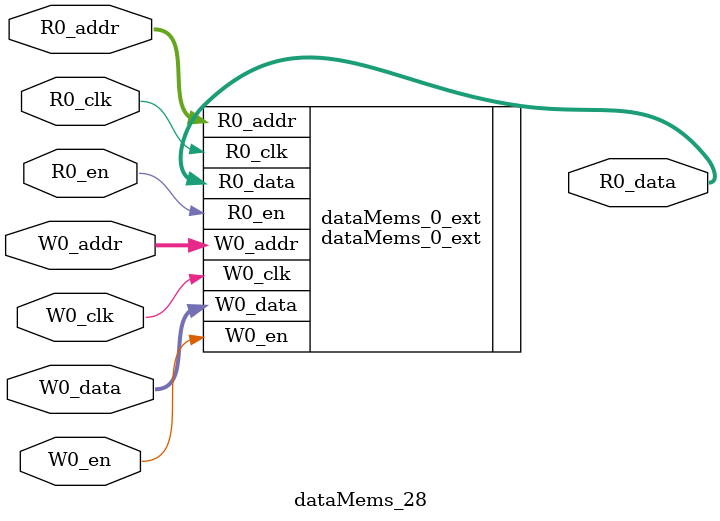
<source format=sv>
`ifndef RANDOMIZE
  `ifdef RANDOMIZE_REG_INIT
    `define RANDOMIZE
  `endif // RANDOMIZE_REG_INIT
`endif // not def RANDOMIZE
`ifndef RANDOMIZE
  `ifdef RANDOMIZE_MEM_INIT
    `define RANDOMIZE
  `endif // RANDOMIZE_MEM_INIT
`endif // not def RANDOMIZE

`ifndef RANDOM
  `define RANDOM $random
`endif // not def RANDOM

// Users can define 'PRINTF_COND' to add an extra gate to prints.
`ifndef PRINTF_COND_
  `ifdef PRINTF_COND
    `define PRINTF_COND_ (`PRINTF_COND)
  `else  // PRINTF_COND
    `define PRINTF_COND_ 1
  `endif // PRINTF_COND
`endif // not def PRINTF_COND_

// Users can define 'ASSERT_VERBOSE_COND' to add an extra gate to assert error printing.
`ifndef ASSERT_VERBOSE_COND_
  `ifdef ASSERT_VERBOSE_COND
    `define ASSERT_VERBOSE_COND_ (`ASSERT_VERBOSE_COND)
  `else  // ASSERT_VERBOSE_COND
    `define ASSERT_VERBOSE_COND_ 1
  `endif // ASSERT_VERBOSE_COND
`endif // not def ASSERT_VERBOSE_COND_

// Users can define 'STOP_COND' to add an extra gate to stop conditions.
`ifndef STOP_COND_
  `ifdef STOP_COND
    `define STOP_COND_ (`STOP_COND)
  `else  // STOP_COND
    `define STOP_COND_ 1
  `endif // STOP_COND
`endif // not def STOP_COND_

// Users can define INIT_RANDOM as general code that gets injected into the
// initializer block for modules with registers.
`ifndef INIT_RANDOM
  `define INIT_RANDOM
`endif // not def INIT_RANDOM

// If using random initialization, you can also define RANDOMIZE_DELAY to
// customize the delay used, otherwise 0.002 is used.
`ifndef RANDOMIZE_DELAY
  `define RANDOMIZE_DELAY 0.002
`endif // not def RANDOMIZE_DELAY

// Define INIT_RANDOM_PROLOG_ for use in our modules below.
`ifndef INIT_RANDOM_PROLOG_
  `ifdef RANDOMIZE
    `ifdef VERILATOR
      `define INIT_RANDOM_PROLOG_ `INIT_RANDOM
    `else  // VERILATOR
      `define INIT_RANDOM_PROLOG_ `INIT_RANDOM #`RANDOMIZE_DELAY begin end
    `endif // VERILATOR
  `else  // RANDOMIZE
    `define INIT_RANDOM_PROLOG_
  `endif // RANDOMIZE
`endif // not def INIT_RANDOM_PROLOG_

// Include register initializers in init blocks unless synthesis is set
`ifndef SYNTHESIS
  `ifndef ENABLE_INITIAL_REG_
    `define ENABLE_INITIAL_REG_
  `endif // not def ENABLE_INITIAL_REG_
`endif // not def SYNTHESIS

// Include rmemory initializers in init blocks unless synthesis is set
`ifndef SYNTHESIS
  `ifndef ENABLE_INITIAL_MEM_
    `define ENABLE_INITIAL_MEM_
  `endif // not def ENABLE_INITIAL_MEM_
`endif // not def SYNTHESIS

module dataMems_28(	// @[generators/ara/src/main/scala/UnsafeAXI4ToTL.scala:365:62]
  input  [4:0]   R0_addr,
  input          R0_en,
  input          R0_clk,
  output [514:0] R0_data,
  input  [4:0]   W0_addr,
  input          W0_en,
  input          W0_clk,
  input  [514:0] W0_data
);

  dataMems_0_ext dataMems_0_ext (	// @[generators/ara/src/main/scala/UnsafeAXI4ToTL.scala:365:62]
    .R0_addr (R0_addr),
    .R0_en   (R0_en),
    .R0_clk  (R0_clk),
    .R0_data (R0_data),
    .W0_addr (W0_addr),
    .W0_en   (W0_en),
    .W0_clk  (W0_clk),
    .W0_data (W0_data)
  );
endmodule


</source>
